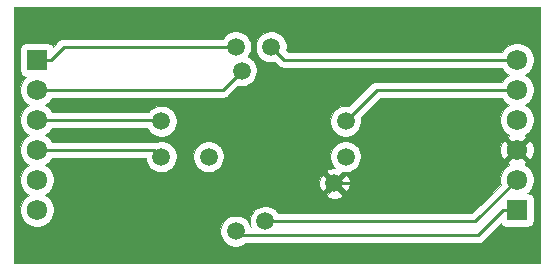
<source format=gbr>
%TF.GenerationSoftware,KiCad,Pcbnew,(5.1.9)-1*%
%TF.CreationDate,2021-03-10T13:48:37-05:00*%
%TF.ProjectId,RKJXT1F42001_Breakout,524b4a58-5431-4463-9432-3030315f4272,rev?*%
%TF.SameCoordinates,Original*%
%TF.FileFunction,Copper,L2,Bot*%
%TF.FilePolarity,Positive*%
%FSLAX46Y46*%
G04 Gerber Fmt 4.6, Leading zero omitted, Abs format (unit mm)*
G04 Created by KiCad (PCBNEW (5.1.9)-1) date 2021-03-10 13:48:37*
%MOMM*%
%LPD*%
G01*
G04 APERTURE LIST*
%TA.AperFunction,ComponentPad*%
%ADD10C,1.500000*%
%TD*%
%TA.AperFunction,ComponentPad*%
%ADD11R,1.725000X1.725000*%
%TD*%
%TA.AperFunction,ComponentPad*%
%ADD12C,1.725000*%
%TD*%
%TA.AperFunction,Conductor*%
%ADD13C,0.250000*%
%TD*%
%TA.AperFunction,Conductor*%
%ADD14C,0.100000*%
%TD*%
G04 APERTURE END LIST*
D10*
%TO.P,RJS1,1*%
%TO.N,Net-(J1-Pad1)*%
X138755000Y-83080000D03*
%TO.P,RJS1,2*%
%TO.N,Net-(J1-Pad2)*%
X141255000Y-82260000D03*
%TO.P,RJS1,3*%
%TO.N,Net-(J1-Pad3)*%
X147115000Y-79030000D03*
%TO.P,RJS1,4*%
%TO.N,Net-(J1-Pad4)*%
X148055000Y-76780000D03*
%TO.P,RJS1,5*%
%TO.N,Net-(J1-Pad5)*%
X148055000Y-73780000D03*
%TO.P,RJS1,6*%
%TO.N,Net-(J1-Pad6)*%
X141755000Y-67480000D03*
%TO.P,RJS1,7*%
%TO.N,Net-(J2-Pad2)*%
X139255000Y-69500000D03*
%TO.P,RJS1,8*%
%TO.N,Net-(J2-Pad1)*%
X138755000Y-67480000D03*
%TO.P,RJS1,9*%
%TO.N,Net-(J2-Pad3)*%
X132455000Y-73780000D03*
%TO.P,RJS1,10*%
%TO.N,Net-(J2-Pad4)*%
X132455000Y-76780000D03*
%TO.P,RJS1,11*%
%TO.N,Net-(RJS1-Pad11)*%
X136455000Y-76780000D03*
%TD*%
D11*
%TO.P,J2,1*%
%TO.N,Net-(J2-Pad1)*%
X121920000Y-68580000D03*
D12*
%TO.P,J2,2*%
%TO.N,Net-(J2-Pad2)*%
X121920000Y-71120000D03*
%TO.P,J2,3*%
%TO.N,Net-(J2-Pad3)*%
X121920000Y-73660000D03*
%TO.P,J2,4*%
%TO.N,Net-(J2-Pad4)*%
X121920000Y-76200000D03*
%TO.P,J2,5*%
%TO.N,Net-(J2-Pad5)*%
X121920000Y-78740000D03*
%TO.P,J2,6*%
%TO.N,Net-(J2-Pad6)*%
X121920000Y-81280000D03*
%TD*%
D11*
%TO.P,J1,1*%
%TO.N,Net-(J1-Pad1)*%
X162560000Y-81280000D03*
D12*
%TO.P,J1,2*%
%TO.N,Net-(J1-Pad2)*%
X162560000Y-78740000D03*
%TO.P,J1,3*%
%TO.N,Net-(J1-Pad3)*%
X162560000Y-76200000D03*
%TO.P,J1,4*%
%TO.N,Net-(J1-Pad4)*%
X162560000Y-73660000D03*
%TO.P,J1,5*%
%TO.N,Net-(J1-Pad5)*%
X162560000Y-71120000D03*
%TO.P,J1,6*%
%TO.N,Net-(J1-Pad6)*%
X162560000Y-68580000D03*
%TD*%
D13*
%TO.N,Net-(J1-Pad1)*%
X162560000Y-81280000D02*
X161372200Y-81280000D01*
X161372200Y-81280000D02*
X159234500Y-83417700D01*
X159234500Y-83417700D02*
X139092700Y-83417700D01*
X139092700Y-83417700D02*
X138755000Y-83080000D01*
%TO.N,Net-(J1-Pad2)*%
X162560000Y-78740000D02*
X159040000Y-82260000D01*
X159040000Y-82260000D02*
X141255000Y-82260000D01*
%TO.N,Net-(J1-Pad3)*%
X162560000Y-76200000D02*
X159730000Y-79030000D01*
X159730000Y-79030000D02*
X147115000Y-79030000D01*
%TO.N,Net-(J1-Pad5)*%
X162560000Y-71120000D02*
X150715000Y-71120000D01*
X150715000Y-71120000D02*
X148055000Y-73780000D01*
%TO.N,Net-(J1-Pad6)*%
X162560000Y-68580000D02*
X142855000Y-68580000D01*
X142855000Y-68580000D02*
X141755000Y-67480000D01*
%TO.N,Net-(J2-Pad1)*%
X121920000Y-68580000D02*
X123107800Y-68580000D01*
X138755000Y-67480000D02*
X124207800Y-67480000D01*
X124207800Y-67480000D02*
X123107800Y-68580000D01*
%TO.N,Net-(J2-Pad2)*%
X121920000Y-71120000D02*
X137635000Y-71120000D01*
X137635000Y-71120000D02*
X139255000Y-69500000D01*
%TO.N,Net-(J2-Pad3)*%
X121920000Y-73660000D02*
X132335000Y-73660000D01*
X132335000Y-73660000D02*
X132455000Y-73780000D01*
%TO.N,Net-(J2-Pad4)*%
X121920000Y-76200000D02*
X131875000Y-76200000D01*
X131875000Y-76200000D02*
X132455000Y-76780000D01*
%TD*%
D14*
%TO.N,Net-(J1-Pad3)*%
X164517000Y-85777000D02*
X119963000Y-85777000D01*
X119963000Y-82951173D01*
X137447000Y-82951173D01*
X137447000Y-83208827D01*
X137497266Y-83461530D01*
X137595865Y-83699570D01*
X137739010Y-83913801D01*
X137921199Y-84095990D01*
X138135430Y-84239135D01*
X138373470Y-84337734D01*
X138626173Y-84388000D01*
X138883827Y-84388000D01*
X139136530Y-84337734D01*
X139374570Y-84239135D01*
X139581752Y-84100700D01*
X159200964Y-84100700D01*
X159234500Y-84104003D01*
X159268036Y-84100700D01*
X159268046Y-84100700D01*
X159368391Y-84090817D01*
X159497137Y-84051762D01*
X159615790Y-83988341D01*
X159719790Y-83902990D01*
X159741177Y-83876930D01*
X161207890Y-82410218D01*
X161231296Y-82454008D01*
X161301026Y-82538974D01*
X161385992Y-82608704D01*
X161482930Y-82660518D01*
X161588113Y-82692425D01*
X161697500Y-82703199D01*
X163422500Y-82703199D01*
X163531887Y-82692425D01*
X163637070Y-82660518D01*
X163734008Y-82608704D01*
X163818974Y-82538974D01*
X163888704Y-82454008D01*
X163940518Y-82357070D01*
X163972425Y-82251887D01*
X163983199Y-82142500D01*
X163983199Y-80417500D01*
X163972425Y-80308113D01*
X163940518Y-80202930D01*
X163888704Y-80105992D01*
X163818974Y-80021026D01*
X163734008Y-79951296D01*
X163637070Y-79899482D01*
X163531887Y-79867575D01*
X163442476Y-79858769D01*
X163465516Y-79843374D01*
X163663374Y-79645516D01*
X163818831Y-79412859D01*
X163925911Y-79154345D01*
X163980500Y-78879907D01*
X163980500Y-78600093D01*
X163925911Y-78325655D01*
X163818831Y-78067141D01*
X163663374Y-77834484D01*
X163465516Y-77636626D01*
X163232859Y-77481169D01*
X163206952Y-77470438D01*
X163225336Y-77462823D01*
X163314916Y-77243416D01*
X162560000Y-76488500D01*
X161805084Y-77243416D01*
X161894664Y-77462823D01*
X161913204Y-77470373D01*
X161887141Y-77481169D01*
X161654484Y-77636626D01*
X161456626Y-77834484D01*
X161301169Y-78067141D01*
X161194089Y-78325655D01*
X161139500Y-78600093D01*
X161139500Y-78879907D01*
X161191710Y-79142383D01*
X158757093Y-81577000D01*
X142371752Y-81577000D01*
X142270990Y-81426199D01*
X142088801Y-81244010D01*
X141874570Y-81100865D01*
X141636530Y-81002266D01*
X141383827Y-80952000D01*
X141126173Y-80952000D01*
X140873470Y-81002266D01*
X140635430Y-81100865D01*
X140421199Y-81244010D01*
X140239010Y-81426199D01*
X140095865Y-81640430D01*
X139997266Y-81878470D01*
X139947000Y-82131173D01*
X139947000Y-82388827D01*
X139997266Y-82641530D01*
X140035858Y-82734700D01*
X140019941Y-82734700D01*
X140012734Y-82698470D01*
X139914135Y-82460430D01*
X139770990Y-82246199D01*
X139588801Y-82064010D01*
X139374570Y-81920865D01*
X139136530Y-81822266D01*
X138883827Y-81772000D01*
X138626173Y-81772000D01*
X138373470Y-81822266D01*
X138135430Y-81920865D01*
X137921199Y-82064010D01*
X137739010Y-82246199D01*
X137595865Y-82460430D01*
X137497266Y-82698470D01*
X137447000Y-82951173D01*
X119963000Y-82951173D01*
X119963000Y-67717500D01*
X120496801Y-67717500D01*
X120496801Y-69442500D01*
X120507575Y-69551887D01*
X120539482Y-69657070D01*
X120591296Y-69754008D01*
X120661026Y-69838974D01*
X120745992Y-69908704D01*
X120842930Y-69960518D01*
X120948113Y-69992425D01*
X121037524Y-70001231D01*
X121014484Y-70016626D01*
X120816626Y-70214484D01*
X120661169Y-70447141D01*
X120554089Y-70705655D01*
X120499500Y-70980093D01*
X120499500Y-71259907D01*
X120554089Y-71534345D01*
X120661169Y-71792859D01*
X120816626Y-72025516D01*
X121014484Y-72223374D01*
X121247141Y-72378831D01*
X121274105Y-72390000D01*
X121247141Y-72401169D01*
X121014484Y-72556626D01*
X120816626Y-72754484D01*
X120661169Y-72987141D01*
X120554089Y-73245655D01*
X120499500Y-73520093D01*
X120499500Y-73799907D01*
X120554089Y-74074345D01*
X120661169Y-74332859D01*
X120816626Y-74565516D01*
X121014484Y-74763374D01*
X121247141Y-74918831D01*
X121274105Y-74930000D01*
X121247141Y-74941169D01*
X121014484Y-75096626D01*
X120816626Y-75294484D01*
X120661169Y-75527141D01*
X120554089Y-75785655D01*
X120499500Y-76060093D01*
X120499500Y-76339907D01*
X120554089Y-76614345D01*
X120661169Y-76872859D01*
X120816626Y-77105516D01*
X121014484Y-77303374D01*
X121247141Y-77458831D01*
X121274105Y-77470000D01*
X121247141Y-77481169D01*
X121014484Y-77636626D01*
X120816626Y-77834484D01*
X120661169Y-78067141D01*
X120554089Y-78325655D01*
X120499500Y-78600093D01*
X120499500Y-78879907D01*
X120554089Y-79154345D01*
X120661169Y-79412859D01*
X120816626Y-79645516D01*
X121014484Y-79843374D01*
X121247141Y-79998831D01*
X121274105Y-80010000D01*
X121247141Y-80021169D01*
X121014484Y-80176626D01*
X120816626Y-80374484D01*
X120661169Y-80607141D01*
X120554089Y-80865655D01*
X120499500Y-81140093D01*
X120499500Y-81419907D01*
X120554089Y-81694345D01*
X120661169Y-81952859D01*
X120816626Y-82185516D01*
X121014484Y-82383374D01*
X121247141Y-82538831D01*
X121505655Y-82645911D01*
X121780093Y-82700500D01*
X122059907Y-82700500D01*
X122334345Y-82645911D01*
X122592859Y-82538831D01*
X122825516Y-82383374D01*
X123023374Y-82185516D01*
X123178831Y-81952859D01*
X123285911Y-81694345D01*
X123340500Y-81419907D01*
X123340500Y-81140093D01*
X123285911Y-80865655D01*
X123178831Y-80607141D01*
X123023374Y-80374484D01*
X122825516Y-80176626D01*
X122592859Y-80021169D01*
X122565895Y-80010000D01*
X122592859Y-79998831D01*
X122602543Y-79992360D01*
X146441140Y-79992360D01*
X146516858Y-80200337D01*
X146756673Y-80294541D01*
X147010258Y-80340149D01*
X147267869Y-80335409D01*
X147519604Y-80280503D01*
X147713142Y-80200337D01*
X147788860Y-79992360D01*
X147115000Y-79318500D01*
X146441140Y-79992360D01*
X122602543Y-79992360D01*
X122825516Y-79843374D01*
X123023374Y-79645516D01*
X123178831Y-79412859D01*
X123285911Y-79154345D01*
X123331479Y-78925258D01*
X145804851Y-78925258D01*
X145809591Y-79182869D01*
X145864497Y-79434604D01*
X145944663Y-79628142D01*
X146152640Y-79703860D01*
X146826500Y-79030000D01*
X147403500Y-79030000D01*
X148077360Y-79703860D01*
X148285337Y-79628142D01*
X148379541Y-79388327D01*
X148425149Y-79134742D01*
X148420409Y-78877131D01*
X148365503Y-78625396D01*
X148285337Y-78431858D01*
X148077360Y-78356140D01*
X147403500Y-79030000D01*
X146826500Y-79030000D01*
X146152640Y-78356140D01*
X145944663Y-78431858D01*
X145850459Y-78671673D01*
X145804851Y-78925258D01*
X123331479Y-78925258D01*
X123340500Y-78879907D01*
X123340500Y-78600093D01*
X123285911Y-78325655D01*
X123178831Y-78067141D01*
X123023374Y-77834484D01*
X122825516Y-77636626D01*
X122592859Y-77481169D01*
X122565895Y-77470000D01*
X122592859Y-77458831D01*
X122825516Y-77303374D01*
X123023374Y-77105516D01*
X123172055Y-76883000D01*
X131147000Y-76883000D01*
X131147000Y-76908827D01*
X131197266Y-77161530D01*
X131295865Y-77399570D01*
X131439010Y-77613801D01*
X131621199Y-77795990D01*
X131835430Y-77939135D01*
X132073470Y-78037734D01*
X132326173Y-78088000D01*
X132583827Y-78088000D01*
X132836530Y-78037734D01*
X133074570Y-77939135D01*
X133288801Y-77795990D01*
X133470990Y-77613801D01*
X133614135Y-77399570D01*
X133712734Y-77161530D01*
X133763000Y-76908827D01*
X133763000Y-76651173D01*
X135147000Y-76651173D01*
X135147000Y-76908827D01*
X135197266Y-77161530D01*
X135295865Y-77399570D01*
X135439010Y-77613801D01*
X135621199Y-77795990D01*
X135835430Y-77939135D01*
X136073470Y-78037734D01*
X136326173Y-78088000D01*
X136583827Y-78088000D01*
X136686183Y-78067640D01*
X146441140Y-78067640D01*
X147115000Y-78741500D01*
X147788860Y-78067640D01*
X147786131Y-78060144D01*
X147926173Y-78088000D01*
X148183827Y-78088000D01*
X148436530Y-78037734D01*
X148674570Y-77939135D01*
X148888801Y-77795990D01*
X149070990Y-77613801D01*
X149214135Y-77399570D01*
X149312734Y-77161530D01*
X149363000Y-76908827D01*
X149363000Y-76651173D01*
X149312734Y-76398470D01*
X149214135Y-76160430D01*
X149152757Y-76068571D01*
X161138691Y-76068571D01*
X161140361Y-76348380D01*
X161196586Y-76622486D01*
X161297177Y-76865336D01*
X161516584Y-76954916D01*
X162271500Y-76200000D01*
X162848500Y-76200000D01*
X163603416Y-76954916D01*
X163822823Y-76865336D01*
X163928358Y-76606187D01*
X163981309Y-76331429D01*
X163979639Y-76051620D01*
X163923414Y-75777514D01*
X163822823Y-75534664D01*
X163603416Y-75445084D01*
X162848500Y-76200000D01*
X162271500Y-76200000D01*
X161516584Y-75445084D01*
X161297177Y-75534664D01*
X161191642Y-75793813D01*
X161138691Y-76068571D01*
X149152757Y-76068571D01*
X149070990Y-75946199D01*
X148888801Y-75764010D01*
X148674570Y-75620865D01*
X148436530Y-75522266D01*
X148183827Y-75472000D01*
X147926173Y-75472000D01*
X147673470Y-75522266D01*
X147435430Y-75620865D01*
X147221199Y-75764010D01*
X147039010Y-75946199D01*
X146895865Y-76160430D01*
X146797266Y-76398470D01*
X146747000Y-76651173D01*
X146747000Y-76908827D01*
X146797266Y-77161530D01*
X146895865Y-77399570D01*
X147039010Y-77613801D01*
X147146409Y-77721200D01*
X146962131Y-77724591D01*
X146710396Y-77779497D01*
X146516858Y-77859663D01*
X146441140Y-78067640D01*
X136686183Y-78067640D01*
X136836530Y-78037734D01*
X137074570Y-77939135D01*
X137288801Y-77795990D01*
X137470990Y-77613801D01*
X137614135Y-77399570D01*
X137712734Y-77161530D01*
X137763000Y-76908827D01*
X137763000Y-76651173D01*
X137712734Y-76398470D01*
X137614135Y-76160430D01*
X137470990Y-75946199D01*
X137288801Y-75764010D01*
X137074570Y-75620865D01*
X136836530Y-75522266D01*
X136583827Y-75472000D01*
X136326173Y-75472000D01*
X136073470Y-75522266D01*
X135835430Y-75620865D01*
X135621199Y-75764010D01*
X135439010Y-75946199D01*
X135295865Y-76160430D01*
X135197266Y-76398470D01*
X135147000Y-76651173D01*
X133763000Y-76651173D01*
X133712734Y-76398470D01*
X133614135Y-76160430D01*
X133470990Y-75946199D01*
X133288801Y-75764010D01*
X133074570Y-75620865D01*
X132836530Y-75522266D01*
X132583827Y-75472000D01*
X132326173Y-75472000D01*
X132073470Y-75522266D01*
X132039735Y-75536239D01*
X132008891Y-75526883D01*
X131908546Y-75517000D01*
X131908536Y-75517000D01*
X131875000Y-75513697D01*
X131841464Y-75517000D01*
X123172055Y-75517000D01*
X123023374Y-75294484D01*
X122825516Y-75096626D01*
X122592859Y-74941169D01*
X122565895Y-74930000D01*
X122592859Y-74918831D01*
X122825516Y-74763374D01*
X123023374Y-74565516D01*
X123172055Y-74343000D01*
X131272433Y-74343000D01*
X131295865Y-74399570D01*
X131439010Y-74613801D01*
X131621199Y-74795990D01*
X131835430Y-74939135D01*
X132073470Y-75037734D01*
X132326173Y-75088000D01*
X132583827Y-75088000D01*
X132836530Y-75037734D01*
X133074570Y-74939135D01*
X133288801Y-74795990D01*
X133470990Y-74613801D01*
X133614135Y-74399570D01*
X133712734Y-74161530D01*
X133763000Y-73908827D01*
X133763000Y-73651173D01*
X133712734Y-73398470D01*
X133614135Y-73160430D01*
X133470990Y-72946199D01*
X133288801Y-72764010D01*
X133074570Y-72620865D01*
X132836530Y-72522266D01*
X132583827Y-72472000D01*
X132326173Y-72472000D01*
X132073470Y-72522266D01*
X131835430Y-72620865D01*
X131621199Y-72764010D01*
X131439010Y-72946199D01*
X131418429Y-72977000D01*
X123172055Y-72977000D01*
X123023374Y-72754484D01*
X122825516Y-72556626D01*
X122592859Y-72401169D01*
X122565895Y-72390000D01*
X122592859Y-72378831D01*
X122825516Y-72223374D01*
X123023374Y-72025516D01*
X123172055Y-71803000D01*
X137601464Y-71803000D01*
X137635000Y-71806303D01*
X137668536Y-71803000D01*
X137668546Y-71803000D01*
X137768891Y-71793117D01*
X137897637Y-71754062D01*
X138016290Y-71690641D01*
X138120290Y-71605290D01*
X138141677Y-71579230D01*
X138948291Y-70772617D01*
X139126173Y-70808000D01*
X139383827Y-70808000D01*
X139636530Y-70757734D01*
X139874570Y-70659135D01*
X140088801Y-70515990D01*
X140270990Y-70333801D01*
X140414135Y-70119570D01*
X140512734Y-69881530D01*
X140563000Y-69628827D01*
X140563000Y-69371173D01*
X140512734Y-69118470D01*
X140414135Y-68880430D01*
X140270990Y-68666199D01*
X140088801Y-68484010D01*
X139874570Y-68340865D01*
X139779280Y-68301395D01*
X139914135Y-68099570D01*
X140012734Y-67861530D01*
X140063000Y-67608827D01*
X140063000Y-67351173D01*
X140447000Y-67351173D01*
X140447000Y-67608827D01*
X140497266Y-67861530D01*
X140595865Y-68099570D01*
X140739010Y-68313801D01*
X140921199Y-68495990D01*
X141135430Y-68639135D01*
X141373470Y-68737734D01*
X141626173Y-68788000D01*
X141883827Y-68788000D01*
X142061709Y-68752617D01*
X142348327Y-69039235D01*
X142369710Y-69065290D01*
X142473710Y-69150641D01*
X142528941Y-69180162D01*
X142592362Y-69214062D01*
X142631417Y-69225909D01*
X142721109Y-69253117D01*
X142821454Y-69263000D01*
X142821464Y-69263000D01*
X142855000Y-69266303D01*
X142888536Y-69263000D01*
X161307945Y-69263000D01*
X161456626Y-69485516D01*
X161654484Y-69683374D01*
X161887141Y-69838831D01*
X161914105Y-69850000D01*
X161887141Y-69861169D01*
X161654484Y-70016626D01*
X161456626Y-70214484D01*
X161307945Y-70437000D01*
X150748535Y-70437000D01*
X150714999Y-70433697D01*
X150681463Y-70437000D01*
X150681454Y-70437000D01*
X150581109Y-70446883D01*
X150452363Y-70485938D01*
X150333710Y-70549359D01*
X150229710Y-70634710D01*
X150208328Y-70660764D01*
X148361709Y-72507383D01*
X148183827Y-72472000D01*
X147926173Y-72472000D01*
X147673470Y-72522266D01*
X147435430Y-72620865D01*
X147221199Y-72764010D01*
X147039010Y-72946199D01*
X146895865Y-73160430D01*
X146797266Y-73398470D01*
X146747000Y-73651173D01*
X146747000Y-73908827D01*
X146797266Y-74161530D01*
X146895865Y-74399570D01*
X147039010Y-74613801D01*
X147221199Y-74795990D01*
X147435430Y-74939135D01*
X147673470Y-75037734D01*
X147926173Y-75088000D01*
X148183827Y-75088000D01*
X148436530Y-75037734D01*
X148674570Y-74939135D01*
X148888801Y-74795990D01*
X149070990Y-74613801D01*
X149214135Y-74399570D01*
X149312734Y-74161530D01*
X149363000Y-73908827D01*
X149363000Y-73651173D01*
X149327617Y-73473291D01*
X150997908Y-71803000D01*
X161307945Y-71803000D01*
X161456626Y-72025516D01*
X161654484Y-72223374D01*
X161887141Y-72378831D01*
X161914105Y-72390000D01*
X161887141Y-72401169D01*
X161654484Y-72556626D01*
X161456626Y-72754484D01*
X161301169Y-72987141D01*
X161194089Y-73245655D01*
X161139500Y-73520093D01*
X161139500Y-73799907D01*
X161194089Y-74074345D01*
X161301169Y-74332859D01*
X161456626Y-74565516D01*
X161654484Y-74763374D01*
X161887141Y-74918831D01*
X161913048Y-74929562D01*
X161894664Y-74937177D01*
X161805084Y-75156584D01*
X162560000Y-75911500D01*
X163314916Y-75156584D01*
X163225336Y-74937177D01*
X163206796Y-74929627D01*
X163232859Y-74918831D01*
X163465516Y-74763374D01*
X163663374Y-74565516D01*
X163818831Y-74332859D01*
X163925911Y-74074345D01*
X163980500Y-73799907D01*
X163980500Y-73520093D01*
X163925911Y-73245655D01*
X163818831Y-72987141D01*
X163663374Y-72754484D01*
X163465516Y-72556626D01*
X163232859Y-72401169D01*
X163205895Y-72390000D01*
X163232859Y-72378831D01*
X163465516Y-72223374D01*
X163663374Y-72025516D01*
X163818831Y-71792859D01*
X163925911Y-71534345D01*
X163980500Y-71259907D01*
X163980500Y-70980093D01*
X163925911Y-70705655D01*
X163818831Y-70447141D01*
X163663374Y-70214484D01*
X163465516Y-70016626D01*
X163232859Y-69861169D01*
X163205895Y-69850000D01*
X163232859Y-69838831D01*
X163465516Y-69683374D01*
X163663374Y-69485516D01*
X163818831Y-69252859D01*
X163925911Y-68994345D01*
X163980500Y-68719907D01*
X163980500Y-68440093D01*
X163925911Y-68165655D01*
X163818831Y-67907141D01*
X163663374Y-67674484D01*
X163465516Y-67476626D01*
X163232859Y-67321169D01*
X162974345Y-67214089D01*
X162699907Y-67159500D01*
X162420093Y-67159500D01*
X162145655Y-67214089D01*
X161887141Y-67321169D01*
X161654484Y-67476626D01*
X161456626Y-67674484D01*
X161307945Y-67897000D01*
X143137908Y-67897000D01*
X143027617Y-67786709D01*
X143063000Y-67608827D01*
X143063000Y-67351173D01*
X143012734Y-67098470D01*
X142914135Y-66860430D01*
X142770990Y-66646199D01*
X142588801Y-66464010D01*
X142374570Y-66320865D01*
X142136530Y-66222266D01*
X141883827Y-66172000D01*
X141626173Y-66172000D01*
X141373470Y-66222266D01*
X141135430Y-66320865D01*
X140921199Y-66464010D01*
X140739010Y-66646199D01*
X140595865Y-66860430D01*
X140497266Y-67098470D01*
X140447000Y-67351173D01*
X140063000Y-67351173D01*
X140012734Y-67098470D01*
X139914135Y-66860430D01*
X139770990Y-66646199D01*
X139588801Y-66464010D01*
X139374570Y-66320865D01*
X139136530Y-66222266D01*
X138883827Y-66172000D01*
X138626173Y-66172000D01*
X138373470Y-66222266D01*
X138135430Y-66320865D01*
X137921199Y-66464010D01*
X137739010Y-66646199D01*
X137638248Y-66797000D01*
X124241336Y-66797000D01*
X124207800Y-66793697D01*
X124174264Y-66797000D01*
X124174254Y-66797000D01*
X124073909Y-66806883D01*
X123984217Y-66834091D01*
X123945162Y-66845938D01*
X123918050Y-66860430D01*
X123826510Y-66909359D01*
X123722510Y-66994710D01*
X123701127Y-67020765D01*
X123272110Y-67449782D01*
X123248704Y-67405992D01*
X123178974Y-67321026D01*
X123094008Y-67251296D01*
X122997070Y-67199482D01*
X122891887Y-67167575D01*
X122782500Y-67156801D01*
X121057500Y-67156801D01*
X120948113Y-67167575D01*
X120842930Y-67199482D01*
X120745992Y-67251296D01*
X120661026Y-67321026D01*
X120591296Y-67405992D01*
X120539482Y-67502930D01*
X120507575Y-67608113D01*
X120496801Y-67717500D01*
X119963000Y-67717500D01*
X119963000Y-64083000D01*
X164517001Y-64083000D01*
X164517000Y-85777000D01*
%TA.AperFunction,Conductor*%
G36*
X164517000Y-85777000D02*
G01*
X119963000Y-85777000D01*
X119963000Y-82951173D01*
X137447000Y-82951173D01*
X137447000Y-83208827D01*
X137497266Y-83461530D01*
X137595865Y-83699570D01*
X137739010Y-83913801D01*
X137921199Y-84095990D01*
X138135430Y-84239135D01*
X138373470Y-84337734D01*
X138626173Y-84388000D01*
X138883827Y-84388000D01*
X139136530Y-84337734D01*
X139374570Y-84239135D01*
X139581752Y-84100700D01*
X159200964Y-84100700D01*
X159234500Y-84104003D01*
X159268036Y-84100700D01*
X159268046Y-84100700D01*
X159368391Y-84090817D01*
X159497137Y-84051762D01*
X159615790Y-83988341D01*
X159719790Y-83902990D01*
X159741177Y-83876930D01*
X161207890Y-82410218D01*
X161231296Y-82454008D01*
X161301026Y-82538974D01*
X161385992Y-82608704D01*
X161482930Y-82660518D01*
X161588113Y-82692425D01*
X161697500Y-82703199D01*
X163422500Y-82703199D01*
X163531887Y-82692425D01*
X163637070Y-82660518D01*
X163734008Y-82608704D01*
X163818974Y-82538974D01*
X163888704Y-82454008D01*
X163940518Y-82357070D01*
X163972425Y-82251887D01*
X163983199Y-82142500D01*
X163983199Y-80417500D01*
X163972425Y-80308113D01*
X163940518Y-80202930D01*
X163888704Y-80105992D01*
X163818974Y-80021026D01*
X163734008Y-79951296D01*
X163637070Y-79899482D01*
X163531887Y-79867575D01*
X163442476Y-79858769D01*
X163465516Y-79843374D01*
X163663374Y-79645516D01*
X163818831Y-79412859D01*
X163925911Y-79154345D01*
X163980500Y-78879907D01*
X163980500Y-78600093D01*
X163925911Y-78325655D01*
X163818831Y-78067141D01*
X163663374Y-77834484D01*
X163465516Y-77636626D01*
X163232859Y-77481169D01*
X163206952Y-77470438D01*
X163225336Y-77462823D01*
X163314916Y-77243416D01*
X162560000Y-76488500D01*
X161805084Y-77243416D01*
X161894664Y-77462823D01*
X161913204Y-77470373D01*
X161887141Y-77481169D01*
X161654484Y-77636626D01*
X161456626Y-77834484D01*
X161301169Y-78067141D01*
X161194089Y-78325655D01*
X161139500Y-78600093D01*
X161139500Y-78879907D01*
X161191710Y-79142383D01*
X158757093Y-81577000D01*
X142371752Y-81577000D01*
X142270990Y-81426199D01*
X142088801Y-81244010D01*
X141874570Y-81100865D01*
X141636530Y-81002266D01*
X141383827Y-80952000D01*
X141126173Y-80952000D01*
X140873470Y-81002266D01*
X140635430Y-81100865D01*
X140421199Y-81244010D01*
X140239010Y-81426199D01*
X140095865Y-81640430D01*
X139997266Y-81878470D01*
X139947000Y-82131173D01*
X139947000Y-82388827D01*
X139997266Y-82641530D01*
X140035858Y-82734700D01*
X140019941Y-82734700D01*
X140012734Y-82698470D01*
X139914135Y-82460430D01*
X139770990Y-82246199D01*
X139588801Y-82064010D01*
X139374570Y-81920865D01*
X139136530Y-81822266D01*
X138883827Y-81772000D01*
X138626173Y-81772000D01*
X138373470Y-81822266D01*
X138135430Y-81920865D01*
X137921199Y-82064010D01*
X137739010Y-82246199D01*
X137595865Y-82460430D01*
X137497266Y-82698470D01*
X137447000Y-82951173D01*
X119963000Y-82951173D01*
X119963000Y-67717500D01*
X120496801Y-67717500D01*
X120496801Y-69442500D01*
X120507575Y-69551887D01*
X120539482Y-69657070D01*
X120591296Y-69754008D01*
X120661026Y-69838974D01*
X120745992Y-69908704D01*
X120842930Y-69960518D01*
X120948113Y-69992425D01*
X121037524Y-70001231D01*
X121014484Y-70016626D01*
X120816626Y-70214484D01*
X120661169Y-70447141D01*
X120554089Y-70705655D01*
X120499500Y-70980093D01*
X120499500Y-71259907D01*
X120554089Y-71534345D01*
X120661169Y-71792859D01*
X120816626Y-72025516D01*
X121014484Y-72223374D01*
X121247141Y-72378831D01*
X121274105Y-72390000D01*
X121247141Y-72401169D01*
X121014484Y-72556626D01*
X120816626Y-72754484D01*
X120661169Y-72987141D01*
X120554089Y-73245655D01*
X120499500Y-73520093D01*
X120499500Y-73799907D01*
X120554089Y-74074345D01*
X120661169Y-74332859D01*
X120816626Y-74565516D01*
X121014484Y-74763374D01*
X121247141Y-74918831D01*
X121274105Y-74930000D01*
X121247141Y-74941169D01*
X121014484Y-75096626D01*
X120816626Y-75294484D01*
X120661169Y-75527141D01*
X120554089Y-75785655D01*
X120499500Y-76060093D01*
X120499500Y-76339907D01*
X120554089Y-76614345D01*
X120661169Y-76872859D01*
X120816626Y-77105516D01*
X121014484Y-77303374D01*
X121247141Y-77458831D01*
X121274105Y-77470000D01*
X121247141Y-77481169D01*
X121014484Y-77636626D01*
X120816626Y-77834484D01*
X120661169Y-78067141D01*
X120554089Y-78325655D01*
X120499500Y-78600093D01*
X120499500Y-78879907D01*
X120554089Y-79154345D01*
X120661169Y-79412859D01*
X120816626Y-79645516D01*
X121014484Y-79843374D01*
X121247141Y-79998831D01*
X121274105Y-80010000D01*
X121247141Y-80021169D01*
X121014484Y-80176626D01*
X120816626Y-80374484D01*
X120661169Y-80607141D01*
X120554089Y-80865655D01*
X120499500Y-81140093D01*
X120499500Y-81419907D01*
X120554089Y-81694345D01*
X120661169Y-81952859D01*
X120816626Y-82185516D01*
X121014484Y-82383374D01*
X121247141Y-82538831D01*
X121505655Y-82645911D01*
X121780093Y-82700500D01*
X122059907Y-82700500D01*
X122334345Y-82645911D01*
X122592859Y-82538831D01*
X122825516Y-82383374D01*
X123023374Y-82185516D01*
X123178831Y-81952859D01*
X123285911Y-81694345D01*
X123340500Y-81419907D01*
X123340500Y-81140093D01*
X123285911Y-80865655D01*
X123178831Y-80607141D01*
X123023374Y-80374484D01*
X122825516Y-80176626D01*
X122592859Y-80021169D01*
X122565895Y-80010000D01*
X122592859Y-79998831D01*
X122602543Y-79992360D01*
X146441140Y-79992360D01*
X146516858Y-80200337D01*
X146756673Y-80294541D01*
X147010258Y-80340149D01*
X147267869Y-80335409D01*
X147519604Y-80280503D01*
X147713142Y-80200337D01*
X147788860Y-79992360D01*
X147115000Y-79318500D01*
X146441140Y-79992360D01*
X122602543Y-79992360D01*
X122825516Y-79843374D01*
X123023374Y-79645516D01*
X123178831Y-79412859D01*
X123285911Y-79154345D01*
X123331479Y-78925258D01*
X145804851Y-78925258D01*
X145809591Y-79182869D01*
X145864497Y-79434604D01*
X145944663Y-79628142D01*
X146152640Y-79703860D01*
X146826500Y-79030000D01*
X147403500Y-79030000D01*
X148077360Y-79703860D01*
X148285337Y-79628142D01*
X148379541Y-79388327D01*
X148425149Y-79134742D01*
X148420409Y-78877131D01*
X148365503Y-78625396D01*
X148285337Y-78431858D01*
X148077360Y-78356140D01*
X147403500Y-79030000D01*
X146826500Y-79030000D01*
X146152640Y-78356140D01*
X145944663Y-78431858D01*
X145850459Y-78671673D01*
X145804851Y-78925258D01*
X123331479Y-78925258D01*
X123340500Y-78879907D01*
X123340500Y-78600093D01*
X123285911Y-78325655D01*
X123178831Y-78067141D01*
X123023374Y-77834484D01*
X122825516Y-77636626D01*
X122592859Y-77481169D01*
X122565895Y-77470000D01*
X122592859Y-77458831D01*
X122825516Y-77303374D01*
X123023374Y-77105516D01*
X123172055Y-76883000D01*
X131147000Y-76883000D01*
X131147000Y-76908827D01*
X131197266Y-77161530D01*
X131295865Y-77399570D01*
X131439010Y-77613801D01*
X131621199Y-77795990D01*
X131835430Y-77939135D01*
X132073470Y-78037734D01*
X132326173Y-78088000D01*
X132583827Y-78088000D01*
X132836530Y-78037734D01*
X133074570Y-77939135D01*
X133288801Y-77795990D01*
X133470990Y-77613801D01*
X133614135Y-77399570D01*
X133712734Y-77161530D01*
X133763000Y-76908827D01*
X133763000Y-76651173D01*
X135147000Y-76651173D01*
X135147000Y-76908827D01*
X135197266Y-77161530D01*
X135295865Y-77399570D01*
X135439010Y-77613801D01*
X135621199Y-77795990D01*
X135835430Y-77939135D01*
X136073470Y-78037734D01*
X136326173Y-78088000D01*
X136583827Y-78088000D01*
X136686183Y-78067640D01*
X146441140Y-78067640D01*
X147115000Y-78741500D01*
X147788860Y-78067640D01*
X147786131Y-78060144D01*
X147926173Y-78088000D01*
X148183827Y-78088000D01*
X148436530Y-78037734D01*
X148674570Y-77939135D01*
X148888801Y-77795990D01*
X149070990Y-77613801D01*
X149214135Y-77399570D01*
X149312734Y-77161530D01*
X149363000Y-76908827D01*
X149363000Y-76651173D01*
X149312734Y-76398470D01*
X149214135Y-76160430D01*
X149152757Y-76068571D01*
X161138691Y-76068571D01*
X161140361Y-76348380D01*
X161196586Y-76622486D01*
X161297177Y-76865336D01*
X161516584Y-76954916D01*
X162271500Y-76200000D01*
X162848500Y-76200000D01*
X163603416Y-76954916D01*
X163822823Y-76865336D01*
X163928358Y-76606187D01*
X163981309Y-76331429D01*
X163979639Y-76051620D01*
X163923414Y-75777514D01*
X163822823Y-75534664D01*
X163603416Y-75445084D01*
X162848500Y-76200000D01*
X162271500Y-76200000D01*
X161516584Y-75445084D01*
X161297177Y-75534664D01*
X161191642Y-75793813D01*
X161138691Y-76068571D01*
X149152757Y-76068571D01*
X149070990Y-75946199D01*
X148888801Y-75764010D01*
X148674570Y-75620865D01*
X148436530Y-75522266D01*
X148183827Y-75472000D01*
X147926173Y-75472000D01*
X147673470Y-75522266D01*
X147435430Y-75620865D01*
X147221199Y-75764010D01*
X147039010Y-75946199D01*
X146895865Y-76160430D01*
X146797266Y-76398470D01*
X146747000Y-76651173D01*
X146747000Y-76908827D01*
X146797266Y-77161530D01*
X146895865Y-77399570D01*
X147039010Y-77613801D01*
X147146409Y-77721200D01*
X146962131Y-77724591D01*
X146710396Y-77779497D01*
X146516858Y-77859663D01*
X146441140Y-78067640D01*
X136686183Y-78067640D01*
X136836530Y-78037734D01*
X137074570Y-77939135D01*
X137288801Y-77795990D01*
X137470990Y-77613801D01*
X137614135Y-77399570D01*
X137712734Y-77161530D01*
X137763000Y-76908827D01*
X137763000Y-76651173D01*
X137712734Y-76398470D01*
X137614135Y-76160430D01*
X137470990Y-75946199D01*
X137288801Y-75764010D01*
X137074570Y-75620865D01*
X136836530Y-75522266D01*
X136583827Y-75472000D01*
X136326173Y-75472000D01*
X136073470Y-75522266D01*
X135835430Y-75620865D01*
X135621199Y-75764010D01*
X135439010Y-75946199D01*
X135295865Y-76160430D01*
X135197266Y-76398470D01*
X135147000Y-76651173D01*
X133763000Y-76651173D01*
X133712734Y-76398470D01*
X133614135Y-76160430D01*
X133470990Y-75946199D01*
X133288801Y-75764010D01*
X133074570Y-75620865D01*
X132836530Y-75522266D01*
X132583827Y-75472000D01*
X132326173Y-75472000D01*
X132073470Y-75522266D01*
X132039735Y-75536239D01*
X132008891Y-75526883D01*
X131908546Y-75517000D01*
X131908536Y-75517000D01*
X131875000Y-75513697D01*
X131841464Y-75517000D01*
X123172055Y-75517000D01*
X123023374Y-75294484D01*
X122825516Y-75096626D01*
X122592859Y-74941169D01*
X122565895Y-74930000D01*
X122592859Y-74918831D01*
X122825516Y-74763374D01*
X123023374Y-74565516D01*
X123172055Y-74343000D01*
X131272433Y-74343000D01*
X131295865Y-74399570D01*
X131439010Y-74613801D01*
X131621199Y-74795990D01*
X131835430Y-74939135D01*
X132073470Y-75037734D01*
X132326173Y-75088000D01*
X132583827Y-75088000D01*
X132836530Y-75037734D01*
X133074570Y-74939135D01*
X133288801Y-74795990D01*
X133470990Y-74613801D01*
X133614135Y-74399570D01*
X133712734Y-74161530D01*
X133763000Y-73908827D01*
X133763000Y-73651173D01*
X133712734Y-73398470D01*
X133614135Y-73160430D01*
X133470990Y-72946199D01*
X133288801Y-72764010D01*
X133074570Y-72620865D01*
X132836530Y-72522266D01*
X132583827Y-72472000D01*
X132326173Y-72472000D01*
X132073470Y-72522266D01*
X131835430Y-72620865D01*
X131621199Y-72764010D01*
X131439010Y-72946199D01*
X131418429Y-72977000D01*
X123172055Y-72977000D01*
X123023374Y-72754484D01*
X122825516Y-72556626D01*
X122592859Y-72401169D01*
X122565895Y-72390000D01*
X122592859Y-72378831D01*
X122825516Y-72223374D01*
X123023374Y-72025516D01*
X123172055Y-71803000D01*
X137601464Y-71803000D01*
X137635000Y-71806303D01*
X137668536Y-71803000D01*
X137668546Y-71803000D01*
X137768891Y-71793117D01*
X137897637Y-71754062D01*
X138016290Y-71690641D01*
X138120290Y-71605290D01*
X138141677Y-71579230D01*
X138948291Y-70772617D01*
X139126173Y-70808000D01*
X139383827Y-70808000D01*
X139636530Y-70757734D01*
X139874570Y-70659135D01*
X140088801Y-70515990D01*
X140270990Y-70333801D01*
X140414135Y-70119570D01*
X140512734Y-69881530D01*
X140563000Y-69628827D01*
X140563000Y-69371173D01*
X140512734Y-69118470D01*
X140414135Y-68880430D01*
X140270990Y-68666199D01*
X140088801Y-68484010D01*
X139874570Y-68340865D01*
X139779280Y-68301395D01*
X139914135Y-68099570D01*
X140012734Y-67861530D01*
X140063000Y-67608827D01*
X140063000Y-67351173D01*
X140447000Y-67351173D01*
X140447000Y-67608827D01*
X140497266Y-67861530D01*
X140595865Y-68099570D01*
X140739010Y-68313801D01*
X140921199Y-68495990D01*
X141135430Y-68639135D01*
X141373470Y-68737734D01*
X141626173Y-68788000D01*
X141883827Y-68788000D01*
X142061709Y-68752617D01*
X142348327Y-69039235D01*
X142369710Y-69065290D01*
X142473710Y-69150641D01*
X142528941Y-69180162D01*
X142592362Y-69214062D01*
X142631417Y-69225909D01*
X142721109Y-69253117D01*
X142821454Y-69263000D01*
X142821464Y-69263000D01*
X142855000Y-69266303D01*
X142888536Y-69263000D01*
X161307945Y-69263000D01*
X161456626Y-69485516D01*
X161654484Y-69683374D01*
X161887141Y-69838831D01*
X161914105Y-69850000D01*
X161887141Y-69861169D01*
X161654484Y-70016626D01*
X161456626Y-70214484D01*
X161307945Y-70437000D01*
X150748535Y-70437000D01*
X150714999Y-70433697D01*
X150681463Y-70437000D01*
X150681454Y-70437000D01*
X150581109Y-70446883D01*
X150452363Y-70485938D01*
X150333710Y-70549359D01*
X150229710Y-70634710D01*
X150208328Y-70660764D01*
X148361709Y-72507383D01*
X148183827Y-72472000D01*
X147926173Y-72472000D01*
X147673470Y-72522266D01*
X147435430Y-72620865D01*
X147221199Y-72764010D01*
X147039010Y-72946199D01*
X146895865Y-73160430D01*
X146797266Y-73398470D01*
X146747000Y-73651173D01*
X146747000Y-73908827D01*
X146797266Y-74161530D01*
X146895865Y-74399570D01*
X147039010Y-74613801D01*
X147221199Y-74795990D01*
X147435430Y-74939135D01*
X147673470Y-75037734D01*
X147926173Y-75088000D01*
X148183827Y-75088000D01*
X148436530Y-75037734D01*
X148674570Y-74939135D01*
X148888801Y-74795990D01*
X149070990Y-74613801D01*
X149214135Y-74399570D01*
X149312734Y-74161530D01*
X149363000Y-73908827D01*
X149363000Y-73651173D01*
X149327617Y-73473291D01*
X150997908Y-71803000D01*
X161307945Y-71803000D01*
X161456626Y-72025516D01*
X161654484Y-72223374D01*
X161887141Y-72378831D01*
X161914105Y-72390000D01*
X161887141Y-72401169D01*
X161654484Y-72556626D01*
X161456626Y-72754484D01*
X161301169Y-72987141D01*
X161194089Y-73245655D01*
X161139500Y-73520093D01*
X161139500Y-73799907D01*
X161194089Y-74074345D01*
X161301169Y-74332859D01*
X161456626Y-74565516D01*
X161654484Y-74763374D01*
X161887141Y-74918831D01*
X161913048Y-74929562D01*
X161894664Y-74937177D01*
X161805084Y-75156584D01*
X162560000Y-75911500D01*
X163314916Y-75156584D01*
X163225336Y-74937177D01*
X163206796Y-74929627D01*
X163232859Y-74918831D01*
X163465516Y-74763374D01*
X163663374Y-74565516D01*
X163818831Y-74332859D01*
X163925911Y-74074345D01*
X163980500Y-73799907D01*
X163980500Y-73520093D01*
X163925911Y-73245655D01*
X163818831Y-72987141D01*
X163663374Y-72754484D01*
X163465516Y-72556626D01*
X163232859Y-72401169D01*
X163205895Y-72390000D01*
X163232859Y-72378831D01*
X163465516Y-72223374D01*
X163663374Y-72025516D01*
X163818831Y-71792859D01*
X163925911Y-71534345D01*
X163980500Y-71259907D01*
X163980500Y-70980093D01*
X163925911Y-70705655D01*
X163818831Y-70447141D01*
X163663374Y-70214484D01*
X163465516Y-70016626D01*
X163232859Y-69861169D01*
X163205895Y-69850000D01*
X163232859Y-69838831D01*
X163465516Y-69683374D01*
X163663374Y-69485516D01*
X163818831Y-69252859D01*
X163925911Y-68994345D01*
X163980500Y-68719907D01*
X163980500Y-68440093D01*
X163925911Y-68165655D01*
X163818831Y-67907141D01*
X163663374Y-67674484D01*
X163465516Y-67476626D01*
X163232859Y-67321169D01*
X162974345Y-67214089D01*
X162699907Y-67159500D01*
X162420093Y-67159500D01*
X162145655Y-67214089D01*
X161887141Y-67321169D01*
X161654484Y-67476626D01*
X161456626Y-67674484D01*
X161307945Y-67897000D01*
X143137908Y-67897000D01*
X143027617Y-67786709D01*
X143063000Y-67608827D01*
X143063000Y-67351173D01*
X143012734Y-67098470D01*
X142914135Y-66860430D01*
X142770990Y-66646199D01*
X142588801Y-66464010D01*
X142374570Y-66320865D01*
X142136530Y-66222266D01*
X141883827Y-66172000D01*
X141626173Y-66172000D01*
X141373470Y-66222266D01*
X141135430Y-66320865D01*
X140921199Y-66464010D01*
X140739010Y-66646199D01*
X140595865Y-66860430D01*
X140497266Y-67098470D01*
X140447000Y-67351173D01*
X140063000Y-67351173D01*
X140012734Y-67098470D01*
X139914135Y-66860430D01*
X139770990Y-66646199D01*
X139588801Y-66464010D01*
X139374570Y-66320865D01*
X139136530Y-66222266D01*
X138883827Y-66172000D01*
X138626173Y-66172000D01*
X138373470Y-66222266D01*
X138135430Y-66320865D01*
X137921199Y-66464010D01*
X137739010Y-66646199D01*
X137638248Y-66797000D01*
X124241336Y-66797000D01*
X124207800Y-66793697D01*
X124174264Y-66797000D01*
X124174254Y-66797000D01*
X124073909Y-66806883D01*
X123984217Y-66834091D01*
X123945162Y-66845938D01*
X123918050Y-66860430D01*
X123826510Y-66909359D01*
X123722510Y-66994710D01*
X123701127Y-67020765D01*
X123272110Y-67449782D01*
X123248704Y-67405992D01*
X123178974Y-67321026D01*
X123094008Y-67251296D01*
X122997070Y-67199482D01*
X122891887Y-67167575D01*
X122782500Y-67156801D01*
X121057500Y-67156801D01*
X120948113Y-67167575D01*
X120842930Y-67199482D01*
X120745992Y-67251296D01*
X120661026Y-67321026D01*
X120591296Y-67405992D01*
X120539482Y-67502930D01*
X120507575Y-67608113D01*
X120496801Y-67717500D01*
X119963000Y-67717500D01*
X119963000Y-64083000D01*
X164517001Y-64083000D01*
X164517000Y-85777000D01*
G37*
%TD.AperFunction*%
%TD*%
M02*

</source>
